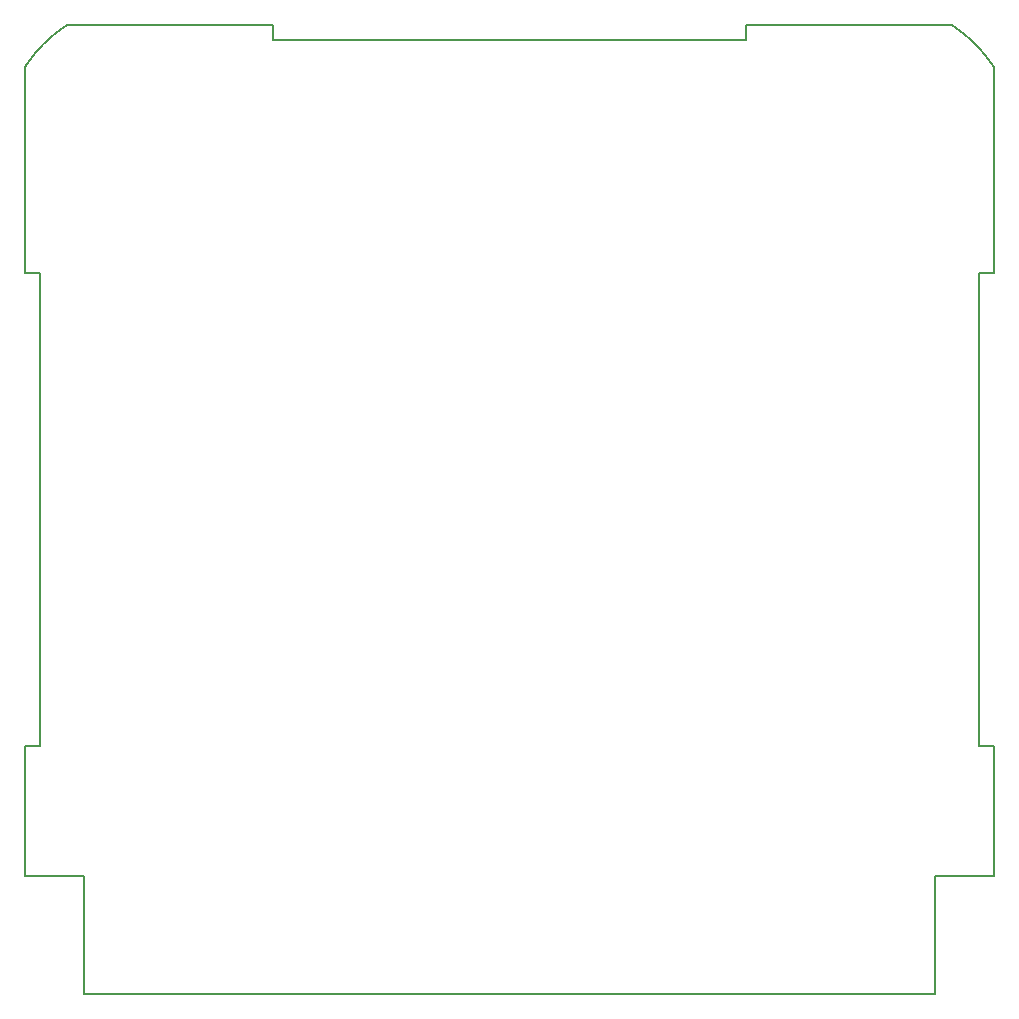
<source format=gm1>
G04 #@! TF.FileFunction,Profile,NP*
%FSLAX46Y46*%
G04 Gerber Fmt 4.6, Leading zero omitted, Abs format (unit mm)*
G04 Created by KiCad (PCBNEW 4.0.7+dfsg1-1~bpo9+1) date Mon Jul 16 17:38:54 2018*
%MOMM*%
%LPD*%
G01*
G04 APERTURE LIST*
%ADD10C,0.100000*%
%ADD11C,0.150000*%
G04 APERTURE END LIST*
D10*
D11*
X136000000Y-131000000D02*
X136000000Y-141000000D01*
X64000000Y-131000000D02*
X64000000Y-141000000D01*
X141000000Y-131000000D02*
X136000000Y-131000000D01*
X59000000Y-131000000D02*
X64000000Y-131000000D01*
X141000000Y-80000000D02*
X139780000Y-80000000D01*
X141000000Y-62500000D02*
G75*
G03X137500000Y-59000000I-10000000J-6500000D01*
G01*
X62500000Y-59000000D02*
G75*
G03X59000000Y-62500000I6500000J-10000000D01*
G01*
X59000000Y-120000000D02*
X59000000Y-131000000D01*
X60220000Y-120000000D02*
X59000000Y-120000000D01*
X60220000Y-80000000D02*
X60220000Y-120000000D01*
X59000000Y-80000000D02*
X60220000Y-80000000D01*
X120000000Y-59000000D02*
X137500000Y-59000000D01*
X120000000Y-60220000D02*
X120000000Y-59000000D01*
X80000000Y-60220000D02*
X120000000Y-60220000D01*
X80000000Y-59000000D02*
X80000000Y-60220000D01*
X141000000Y-120000000D02*
X141000000Y-131000000D01*
X139780000Y-120000000D02*
X141000000Y-120000000D01*
X139780000Y-80000000D02*
X139780000Y-120000000D01*
X59000000Y-80000000D02*
X59000000Y-62500000D01*
X136000000Y-141000000D02*
X64000000Y-141000000D01*
X141000000Y-62500000D02*
X141000000Y-80000000D01*
X62500000Y-59000000D02*
X80000000Y-59000000D01*
M02*

</source>
